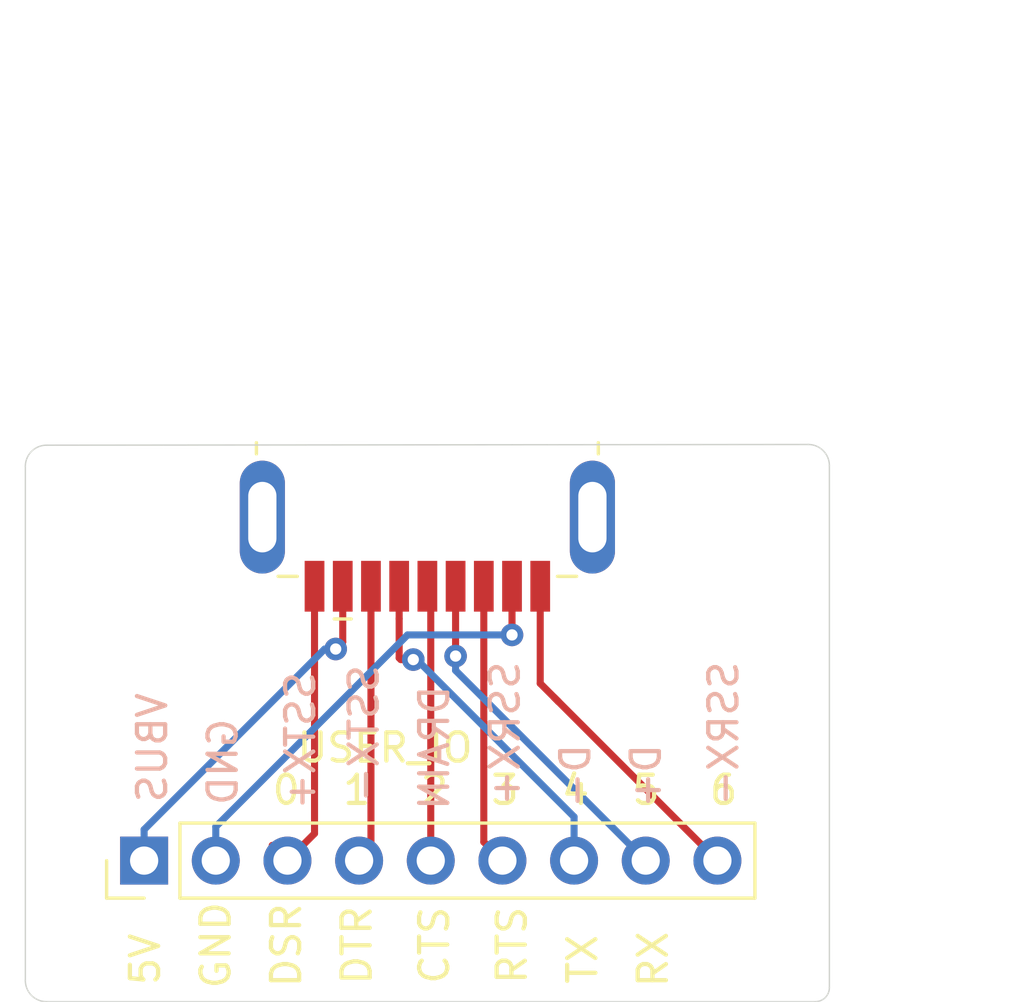
<source format=kicad_pcb>
(kicad_pcb (version 20171130) (host pcbnew 5.1.5)

  (general
    (thickness 1.6)
    (drawings 33)
    (tracks 43)
    (zones 0)
    (modules 2)
    (nets 1)
  )

  (page A4)
  (layers
    (0 F.Cu signal)
    (31 B.Cu signal)
    (32 B.Adhes user)
    (33 F.Adhes user)
    (34 B.Paste user)
    (35 F.Paste user)
    (36 B.SilkS user)
    (37 F.SilkS user)
    (38 B.Mask user)
    (39 F.Mask user)
    (40 Dwgs.User user)
    (41 Cmts.User user)
    (42 Eco1.User user)
    (43 Eco2.User user)
    (44 Edge.Cuts user)
    (45 Margin user)
    (46 B.CrtYd user)
    (47 F.CrtYd user)
    (48 B.Fab user)
    (49 F.Fab user)
  )

  (setup
    (last_trace_width 0.25)
    (trace_clearance 0.2)
    (zone_clearance 0.508)
    (zone_45_only no)
    (trace_min 0.2)
    (via_size 0.8)
    (via_drill 0.4)
    (via_min_size 0.4)
    (via_min_drill 0.3)
    (uvia_size 0.3)
    (uvia_drill 0.1)
    (uvias_allowed no)
    (uvia_min_size 0.2)
    (uvia_min_drill 0.1)
    (edge_width 0.05)
    (segment_width 0.2)
    (pcb_text_width 0.3)
    (pcb_text_size 1.5 1.5)
    (mod_edge_width 0.12)
    (mod_text_size 1 1)
    (mod_text_width 0.15)
    (pad_size 1.7 1.7)
    (pad_drill 1)
    (pad_to_mask_clearance 0.051)
    (solder_mask_min_width 0.25)
    (aux_axis_origin 0 0)
    (visible_elements FFFFFF7F)
    (pcbplotparams
      (layerselection 0x010f0_ffffffff)
      (usegerberextensions false)
      (usegerberattributes false)
      (usegerberadvancedattributes false)
      (creategerberjobfile false)
      (excludeedgelayer true)
      (linewidth 0.100000)
      (plotframeref false)
      (viasonmask false)
      (mode 1)
      (useauxorigin false)
      (hpglpennumber 1)
      (hpglpenspeed 20)
      (hpglpendiameter 15.000000)
      (psnegative false)
      (psa4output false)
      (plotreference true)
      (plotvalue true)
      (plotinvisibletext false)
      (padsonsilk false)
      (subtractmaskfromsilk false)
      (outputformat 1)
      (mirror false)
      (drillshape 0)
      (scaleselection 1)
      (outputdirectory "gerbers/"))
  )

  (net 0 "")

  (net_class Default "This is the default net class."
    (clearance 0.2)
    (trace_width 0.25)
    (via_dia 0.8)
    (via_drill 0.4)
    (uvia_dia 0.3)
    (uvia_drill 0.1)
  )

  (module Connector_PinHeader_2.54mm:PinHeader_1x09_P2.54mm_Vertical (layer F.Cu) (tedit 5E97D6A1) (tstamp 5E918281)
    (at 87.46 71 90)
    (descr "Through hole straight pin header, 1x09, 2.54mm pitch, single row")
    (tags "Through hole pin header THT 1x09 2.54mm single row")
    (fp_text reference REF** (at 0 -2.33 90) (layer F.SilkS) hide
      (effects (font (size 1 1) (thickness 0.15)))
    )
    (fp_text value PinHeader_1x09_P2.54mm_Vertical (at 3.25 9.5 180) (layer F.Fab)
      (effects (font (size 1 1) (thickness 0.15)))
    )
    (fp_line (start -0.635 -1.27) (end 1.27 -1.27) (layer F.Fab) (width 0.1))
    (fp_line (start 1.27 -1.27) (end 1.27 21.59) (layer F.Fab) (width 0.1))
    (fp_line (start 1.27 21.59) (end -1.27 21.59) (layer F.Fab) (width 0.1))
    (fp_line (start -1.27 21.59) (end -1.27 -0.635) (layer F.Fab) (width 0.1))
    (fp_line (start -1.27 -0.635) (end -0.635 -1.27) (layer F.Fab) (width 0.1))
    (fp_line (start -1.33 21.65) (end 1.33 21.65) (layer F.SilkS) (width 0.12))
    (fp_line (start -1.33 1.27) (end -1.33 21.65) (layer F.SilkS) (width 0.12))
    (fp_line (start 1.33 1.27) (end 1.33 21.65) (layer F.SilkS) (width 0.12))
    (fp_line (start -1.33 1.27) (end 1.33 1.27) (layer F.SilkS) (width 0.12))
    (fp_line (start -1.33 0) (end -1.33 -1.33) (layer F.SilkS) (width 0.12))
    (fp_line (start -1.33 -1.33) (end 0 -1.33) (layer F.SilkS) (width 0.12))
    (fp_line (start -1.8 -1.8) (end -1.8 22.1) (layer F.CrtYd) (width 0.05))
    (fp_line (start -1.8 22.1) (end 1.8 22.1) (layer F.CrtYd) (width 0.05))
    (fp_line (start 1.8 22.1) (end 1.8 -1.8) (layer F.CrtYd) (width 0.05))
    (fp_line (start 1.8 -1.8) (end -1.8 -1.8) (layer F.CrtYd) (width 0.05))
    (fp_text user %R (at 0 10.16) (layer F.Fab)
      (effects (font (size 1 1) (thickness 0.15)))
    )
    (pad 1 thru_hole rect (at 0 0 90) (size 1.7 1.7) (drill 1) (layers *.Cu *.Mask))
    (pad 4 thru_hole oval (at 0 2.54 90) (size 1.7 1.7) (drill 1) (layers *.Cu *.Mask))
    (pad 9 thru_hole oval (at 0 5.08 90) (size 1.7 1.7) (drill 1) (layers *.Cu *.Mask))
    (pad 8 thru_hole oval (at 0 7.62 90) (size 1.7 1.7) (drill 1) (layers *.Cu *.Mask))
    (pad 7 thru_hole oval (at 0 10.16 90) (size 1.7 1.7) (drill 1) (layers *.Cu *.Mask))
    (pad 6 thru_hole oval (at 0 12.7 90) (size 1.7 1.7) (drill 1) (layers *.Cu *.Mask))
    (pad 2 thru_hole oval (at 0 15.24 90) (size 1.7 1.7) (drill 1) (layers *.Cu *.Mask))
    (pad 3 thru_hole oval (at 0 17.78 90) (size 1.7 1.7) (drill 1) (layers *.Cu *.Mask))
    (pad 5 thru_hole oval (at 0 20.32 90) (size 1.7 1.7) (drill 1) (layers *.Cu *.Mask))
    (model ${KISYS3DMOD}/Connector_PinHeader_2.54mm.3dshapes/PinHeader_1x09_P2.54mm_Vertical.wrl
      (at (xyz 0 0 0))
      (scale (xyz 1 1 1))
      (rotate (xyz 0 0 0))
    )
  )

  (module Connector_USB:USB3_A_Plug_Wuerth_692112030100_Horizontal (layer F.Cu) (tedit 5A588E4B) (tstamp 5E917974)
    (at 97.5 59.5 90)
    (descr "USB type A Plug, Horizontal, http://katalog.we-online.de/em/datasheet/692112030100.pdf")
    (tags "usb A plug horizontal")
    (attr smd)
    (fp_text reference REF** (at 0 -8 90) (layer F.SilkS) hide
      (effects (font (size 1 1) (thickness 0.15)))
    )
    (fp_text value USB3_A_Plug_Wuerth_692112030100_Horizontal (at 4.5 3 180) (layer F.Fab)
      (effects (font (size 1 1) (thickness 0.15)))
    )
    (fp_line (start -3.18 -4.85) (end -3.18 4.85) (layer F.CrtYd) (width 0.05))
    (fp_line (start -1.83 -4.85) (end -3.18 -4.85) (layer F.CrtYd) (width 0.05))
    (fp_line (start -1.83 -7.15) (end -1.83 -4.85) (layer F.CrtYd) (width 0.05))
    (fp_line (start 3.18 -7.15) (end -1.83 -7.15) (layer F.CrtYd) (width 0.05))
    (fp_line (start 3.18 -6.5) (end 3.18 -7.15) (layer F.CrtYd) (width 0.05))
    (fp_line (start -1.425 -4.61) (end -1.425 -5.29) (layer F.SilkS) (width 0.12))
    (fp_line (start 3.315 -6.06) (end 2.915 -6.06) (layer F.SilkS) (width 0.12))
    (fp_text user "PCB Edge" (at 2.675 0) (layer Dwgs.User)
      (effects (font (size 0.6 0.6) (thickness 0.09)))
    )
    (fp_line (start -0.725 -3) (end -0.325 -2.6) (layer F.Fab) (width 0.1))
    (fp_line (start 18.475 -6) (end -0.325 -6) (layer F.Fab) (width 0.1))
    (fp_line (start -0.325 6) (end -0.325 -6) (layer F.Fab) (width 0.1))
    (fp_line (start 3.325 6) (end 3.325 -6) (layer Dwgs.User) (width 0.1))
    (fp_text user %R (at 9.075 0 270) (layer F.Fab)
      (effects (font (size 1 1) (thickness 0.15)))
    )
    (fp_line (start 18.98 6.5) (end 18.98 -6.5) (layer F.CrtYd) (width 0.05))
    (fp_line (start 18.475 6) (end -0.325 6) (layer F.Fab) (width 0.1))
    (fp_line (start -0.725 -3) (end -0.325 -3.4) (layer F.Fab) (width 0.1))
    (fp_line (start 3.315 6.06) (end 2.915 6.06) (layer F.SilkS) (width 0.12))
    (fp_line (start -1.425 4.61) (end -1.425 5.29) (layer F.SilkS) (width 0.12))
    (fp_line (start -2.935 -2.7) (end -2.935 -3.3) (layer F.SilkS) (width 0.12))
    (fp_line (start 18.475 6) (end 18.475 -6) (layer F.Fab) (width 0.1))
    (fp_line (start 18.98 -6.5) (end 3.18 -6.5) (layer F.CrtYd) (width 0.05))
    (fp_line (start -1.83 4.85) (end -3.18 4.85) (layer F.CrtYd) (width 0.05))
    (fp_line (start -1.83 7.15) (end -1.83 4.85) (layer F.CrtYd) (width 0.05))
    (fp_line (start 3.18 7.15) (end -1.83 7.15) (layer F.CrtYd) (width 0.05))
    (fp_line (start 3.18 6.5) (end 3.18 7.15) (layer F.CrtYd) (width 0.05))
    (fp_line (start 18.98 6.5) (end 3.18 6.5) (layer F.CrtYd) (width 0.05))
    (pad 10 thru_hole oval (at 0.675 5.85 180) (size 1.6 4) (drill oval 1 2.5) (layers *.Cu *.Mask))
    (pad 10 thru_hole oval (at 0.675 -5.85 180) (size 1.6 4) (drill oval 1 2.5) (layers *.Cu *.Mask))
    (pad 5 smd rect (at -1.775 4 180) (size 0.7 1.8) (layers F.Cu F.Paste F.Mask))
    (pad 4 smd rect (at -1.775 3 180) (size 0.7 1.8) (layers F.Cu F.Paste F.Mask))
    (pad 6 smd rect (at -1.775 2 180) (size 0.7 1.8) (layers F.Cu F.Paste F.Mask))
    (pad 3 smd rect (at -1.775 1 180) (size 0.7 1.8) (layers F.Cu F.Paste F.Mask))
    (pad 7 smd rect (at -1.775 0 180) (size 0.7 1.8) (layers F.Cu F.Paste F.Mask))
    (pad 2 smd rect (at -1.775 -1 180) (size 0.7 1.8) (layers F.Cu F.Paste F.Mask))
    (pad 8 smd rect (at -1.775 -2 180) (size 0.7 1.8) (layers F.Cu F.Paste F.Mask))
    (pad 1 smd rect (at -1.775 -3 180) (size 0.7 1.8) (layers F.Cu F.Paste F.Mask))
    (pad 9 smd rect (at -1.775 -4 90) (size 1.8 0.7) (layers F.Cu F.Paste F.Mask))
    (pad "" np_thru_hole circle (at 0.675 2.25 180) (size 1.1 1.1) (drill 1.1) (layers *.Cu *.Mask))
    (pad "" np_thru_hole circle (at 0.675 -2.25 180) (size 1.1 1.1) (drill 1.1) (layers *.Cu *.Mask))
    (model ${KISYS3DMOD}/Connector_USB.3dshapes/USB3_A_Plug_Wuerth_692112030100_Horizontal.wrl
      (at (xyz 0 0 0))
      (scale (xyz 1 1 1))
      (rotate (xyz 0 0 0))
    )
  )

  (gr_text DRAIN (at 97.75 67 90) (layer B.SilkS) (tstamp 5E9844D8)
    (effects (font (size 1 1) (thickness 0.15)) (justify mirror))
  )
  (gr_text GND (at 90.25 67.5 90) (layer B.SilkS) (tstamp 5E9844AA)
    (effects (font (size 1 1) (thickness 0.15)) (justify mirror))
  )
  (gr_text SSTX+ (at 93 66.75 90) (layer B.SilkS) (tstamp 5E98443E)
    (effects (font (size 1 1) (thickness 0.15)) (justify mirror))
  )
  (gr_text SSTX- (at 95.25 66.5 90) (layer B.SilkS) (tstamp 5E98442F)
    (effects (font (size 1 1) (thickness 0.15)) (justify mirror))
  )
  (gr_text SSRX+ (at 100.25 66.5 90) (layer B.SilkS) (tstamp 5E984406)
    (effects (font (size 1 1) (thickness 0.15)) (justify mirror))
  )
  (gr_text SSRX- (at 108 66.5 90) (layer B.SilkS) (tstamp 5E984375)
    (effects (font (size 1 1) (thickness 0.15)) (justify mirror))
  )
  (gr_text D- (at 102.75 68 90) (layer B.SilkS) (tstamp 5E984353)
    (effects (font (size 1 1) (thickness 0.15)) (justify mirror))
  )
  (gr_text D+ (at 105.25 68 90) (layer B.SilkS) (tstamp 5E98431E)
    (effects (font (size 1 1) (thickness 0.15)) (justify mirror))
  )
  (gr_text VBUS (at 87.75 67 90) (layer B.SilkS) (tstamp 5E9842C1)
    (effects (font (size 1 1) (thickness 0.15)) (justify mirror))
  )
  (gr_text USER_IO (at 96 67) (layer F.SilkS)
    (effects (font (size 1 1) (thickness 0.15)))
  )
  (gr_arc (start 84 57.025) (end 84 56.275) (angle -90) (layer Edge.Cuts) (width 0.05) (tstamp 5E97DB92))
  (gr_arc (start 111.25 75.5) (end 111.25 76) (angle -90) (layer Edge.Cuts) (width 0.05))
  (gr_text RX (at 105.5 74.5 90) (layer F.SilkS)
    (effects (font (size 1 1) (thickness 0.15)))
  )
  (gr_text TX (at 103 74.5 90) (layer F.SilkS)
    (effects (font (size 1 1) (thickness 0.15)))
  )
  (gr_text RTS (at 100.5 74 90) (layer F.SilkS)
    (effects (font (size 1 1) (thickness 0.15)))
  )
  (gr_text CTS (at 97.75 74 90) (layer F.SilkS)
    (effects (font (size 1 1) (thickness 0.15)))
  )
  (gr_text DTR (at 95 74 90) (layer F.SilkS)
    (effects (font (size 1 1) (thickness 0.15)))
  )
  (gr_text DSR (at 92.5 74 90) (layer F.SilkS)
    (effects (font (size 1 1) (thickness 0.15)))
  )
  (gr_text 6 (at 108 68.5) (layer F.SilkS) (tstamp 5E918438)
    (effects (font (size 1 1) (thickness 0.15)))
  )
  (gr_text 5 (at 105.25 68.5) (layer F.SilkS) (tstamp 5E918436)
    (effects (font (size 1 1) (thickness 0.15)))
  )
  (gr_text 4 (at 102.75 68.5) (layer F.SilkS) (tstamp 5E918434)
    (effects (font (size 1 1) (thickness 0.15)))
  )
  (gr_text 3 (at 100.25 68.5) (layer F.SilkS) (tstamp 5E918432)
    (effects (font (size 1 1) (thickness 0.15)))
  )
  (gr_text GND (at 90 74 90) (layer F.SilkS) (tstamp 5E918430)
    (effects (font (size 1 1) (thickness 0.15)))
  )
  (gr_text 2 (at 97.75 68.5) (layer F.SilkS) (tstamp 5E91842E)
    (effects (font (size 1 1) (thickness 0.15)))
  )
  (gr_text 0 (at 92.5 68.5) (layer F.SilkS) (tstamp 5E91842C)
    (effects (font (size 1 1) (thickness 0.15)))
  )
  (gr_text 1 (at 95 68.5) (layer F.SilkS) (tstamp 5E91842A)
    (effects (font (size 1 1) (thickness 0.15)))
  )
  (gr_text 5V (at 87.5 74.5 90) (layer F.SilkS) (tstamp 5E918442)
    (effects (font (size 1 1) (thickness 0.15)))
  )
  (gr_line (start 83.25 57.025) (end 83.25 75.25) (layer Edge.Cuts) (width 0.05) (tstamp 5E918340))
  (gr_arc (start 84 75.25) (end 83.25 75.25) (angle -90) (layer Edge.Cuts) (width 0.05) (tstamp 5E91833E))
  (gr_line (start 84 56.275) (end 111 56.25) (layer Edge.Cuts) (width 0.05) (tstamp 5E918330))
  (gr_line (start 111.75 75.5) (end 111.75 57) (layer Edge.Cuts) (width 0.05) (tstamp 5E918329))
  (gr_line (start 84 76) (end 111.25 76) (layer Edge.Cuts) (width 0.05) (tstamp 5E918328))
  (gr_arc (start 111 57) (end 111.75 57) (angle -90) (layer Edge.Cuts) (width 0.05))

  (segment (start 87 70.54) (end 87.46 71) (width 0.25) (layer F.Cu) (net 0))
  (segment (start 108 70.78) (end 107.78 71) (width 0.25) (layer F.Cu) (net 0))
  (segment (start 92 70.46) (end 92.54 71) (width 0.25) (layer F.Cu) (net 0))
  (segment (start 100 70.84) (end 100.16 71) (width 0.25) (layer F.Cu) (net 0))
  (segment (start 103 70.7) (end 102.7 71) (width 0.25) (layer F.Cu) (net 0))
  (segment (start 97.62 71) (end 98 71) (width 0.25) (layer F.Cu) (net 0))
  (segment (start 102.7 71) (end 102.7 69.45) (width 0.25) (layer B.Cu) (net 0))
  (segment (start 102.7 69.45) (end 97.125 63.875) (width 0.25) (layer B.Cu) (net 0))
  (segment (start 90 69.797919) (end 96.797919 63) (width 0.25) (layer B.Cu) (net 0))
  (segment (start 90 71) (end 90 69.797919) (width 0.25) (layer B.Cu) (net 0))
  (via (at 100.5 63) (size 0.8) (drill 0.4) (layers F.Cu B.Cu) (net 0))
  (segment (start 97.125 63.875) (end 97 63.75) (width 0.25) (layer B.Cu) (net 0) (tstamp 5E97D9E7))
  (via (at 97 63.875) (size 0.8) (drill 0.4) (layers F.Cu B.Cu) (net 0))
  (via (at 94.25 63.5) (size 0.8) (drill 0.4) (layers F.Cu B.Cu) (net 0))
  (segment (start 97 63.75) (end 97.125 63.875) (width 0.25) (layer F.Cu) (net 0))
  (segment (start 93.86 63.5) (end 94.434315 63.5) (width 0.25) (layer B.Cu) (net 0))
  (segment (start 87.46 69.9) (end 93.86 63.5) (width 0.25) (layer B.Cu) (net 0))
  (segment (start 87.46 71) (end 87.46 69.9) (width 0.25) (layer B.Cu) (net 0))
  (segment (start 94.5 63.25) (end 94.25 63.5) (width 0.25) (layer F.Cu) (net 0))
  (segment (start 94.5 61.275) (end 94.5 63.25) (width 0.25) (layer F.Cu) (net 0))
  (segment (start 93.5 70.04) (end 92.54 71) (width 0.25) (layer F.Cu) (net 0))
  (segment (start 93.5 61.275) (end 93.5 70.04) (width 0.25) (layer F.Cu) (net 0))
  (segment (start 95.08 71) (end 95.25 71) (width 0.25) (layer F.Cu) (net 0))
  (segment (start 95.5 70.75) (end 95.5 61.275) (width 0.25) (layer F.Cu) (net 0))
  (segment (start 95.25 71) (end 95.5 70.75) (width 0.25) (layer F.Cu) (net 0))
  (segment (start 97.62 61.395) (end 97.5 61.275) (width 0.25) (layer F.Cu) (net 0))
  (segment (start 97.62 71) (end 97.62 61.395) (width 0.25) (layer F.Cu) (net 0))
  (segment (start 96.5 63.815685) (end 96.5 62.425) (width 0.25) (layer F.Cu) (net 0))
  (segment (start 96.559315 63.875) (end 96.5 63.815685) (width 0.25) (layer F.Cu) (net 0))
  (segment (start 96.5 62.425) (end 96.5 61.275) (width 0.25) (layer F.Cu) (net 0))
  (segment (start 97.125 63.875) (end 96.559315 63.875) (width 0.25) (layer F.Cu) (net 0))
  (segment (start 101.5 64.72) (end 101.5 61.275) (width 0.25) (layer F.Cu) (net 0))
  (segment (start 102.14 65.36) (end 101.5 64.72) (width 0.25) (layer F.Cu) (net 0))
  (segment (start 102.14 65.36) (end 102 65.22) (width 0.25) (layer F.Cu) (net 0))
  (segment (start 107.78 71) (end 102.14 65.36) (width 0.25) (layer F.Cu) (net 0))
  (segment (start 100.5 61.275) (end 100.5 63) (width 0.25) (layer F.Cu) (net 0))
  (segment (start 96.797919 63) (end 100.5 63) (width 0.25) (layer B.Cu) (net 0))
  (segment (start 98.5 61.275) (end 98.5 63.75) (width 0.25) (layer F.Cu) (net 0))
  (via (at 98.5 63.75) (size 0.8) (drill 0.4) (layers F.Cu B.Cu) (net 0))
  (segment (start 98.5 64.26) (end 98.5 63.75) (width 0.25) (layer B.Cu) (net 0))
  (segment (start 105.24 71) (end 98.5 64.26) (width 0.25) (layer B.Cu) (net 0))
  (segment (start 99.5 70.34) (end 100.16 71) (width 0.25) (layer F.Cu) (net 0))
  (segment (start 99.5 61.275) (end 99.5 70.34) (width 0.25) (layer F.Cu) (net 0))

)

</source>
